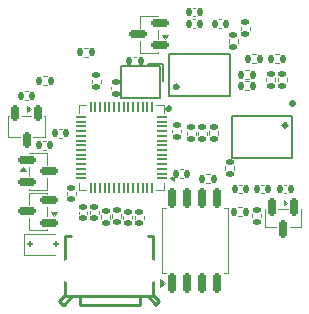
<source format=gbr>
%TF.GenerationSoftware,KiCad,Pcbnew,9.0.5*%
%TF.CreationDate,2025-12-03T22:00:20-08:00*%
%TF.ProjectId,camcontrol,63616d63-6f6e-4747-926f-6c2e6b696361,rev?*%
%TF.SameCoordinates,Original*%
%TF.FileFunction,Legend,Top*%
%TF.FilePolarity,Positive*%
%FSLAX46Y46*%
G04 Gerber Fmt 4.6, Leading zero omitted, Abs format (unit mm)*
G04 Created by KiCad (PCBNEW 9.0.5) date 2025-12-03 22:00:20*
%MOMM*%
%LPD*%
G01*
G04 APERTURE LIST*
G04 Aperture macros list*
%AMRoundRect*
0 Rectangle with rounded corners*
0 $1 Rounding radius*
0 $2 $3 $4 $5 $6 $7 $8 $9 X,Y pos of 4 corners*
0 Add a 4 corners polygon primitive as box body*
4,1,4,$2,$3,$4,$5,$6,$7,$8,$9,$2,$3,0*
0 Add four circle primitives for the rounded corners*
1,1,$1+$1,$2,$3*
1,1,$1+$1,$4,$5*
1,1,$1+$1,$6,$7*
1,1,$1+$1,$8,$9*
0 Add four rect primitives between the rounded corners*
20,1,$1+$1,$2,$3,$4,$5,0*
20,1,$1+$1,$4,$5,$6,$7,0*
20,1,$1+$1,$6,$7,$8,$9,0*
20,1,$1+$1,$8,$9,$2,$3,0*%
G04 Aperture macros list end*
%ADD10C,0.120000*%
%ADD11C,0.250000*%
%ADD12C,0.150000*%
%ADD13C,0.300000*%
%ADD14RoundRect,0.135000X0.135000X0.185000X-0.135000X0.185000X-0.135000X-0.185000X0.135000X-0.185000X0*%
%ADD15RoundRect,0.150000X0.587500X0.150000X-0.587500X0.150000X-0.587500X-0.150000X0.587500X-0.150000X0*%
%ADD16RoundRect,0.150000X-0.150000X0.587500X-0.150000X-0.587500X0.150000X-0.587500X0.150000X0.587500X0*%
%ADD17RoundRect,0.135000X-0.185000X0.135000X-0.185000X-0.135000X0.185000X-0.135000X0.185000X0.135000X0*%
%ADD18R,1.350000X1.350000*%
%ADD19C,1.350000*%
%ADD20RoundRect,0.135000X0.185000X-0.135000X0.185000X0.135000X-0.185000X0.135000X-0.185000X-0.135000X0*%
%ADD21RoundRect,0.140000X-0.170000X0.140000X-0.170000X-0.140000X0.170000X-0.140000X0.170000X0.140000X0*%
%ADD22RoundRect,0.140000X0.170000X-0.140000X0.170000X0.140000X-0.170000X0.140000X-0.170000X-0.140000X0*%
%ADD23O,1.200000X1.900000*%
%ADD24O,1.200000X1.400000*%
%ADD25R,0.400000X1.600000*%
%ADD26RoundRect,0.140000X0.140000X0.170000X-0.140000X0.170000X-0.140000X-0.170000X0.140000X-0.170000X0*%
%ADD27RoundRect,0.135000X-0.135000X-0.185000X0.135000X-0.185000X0.135000X0.185000X-0.135000X0.185000X0*%
%ADD28R,3.200000X3.200000*%
%ADD29RoundRect,0.050000X0.050000X0.387500X-0.050000X0.387500X-0.050000X-0.387500X0.050000X-0.387500X0*%
%ADD30RoundRect,0.050000X0.387500X0.050000X-0.387500X0.050000X-0.387500X-0.050000X0.387500X-0.050000X0*%
%ADD31R,1.000000X0.800000*%
%ADD32RoundRect,0.162500X0.162500X-0.650000X0.162500X0.650000X-0.162500X0.650000X-0.162500X-0.650000X0*%
%ADD33C,3.800000*%
%ADD34RoundRect,0.140000X-0.140000X-0.170000X0.140000X-0.170000X0.140000X0.170000X-0.140000X0.170000X0*%
%ADD35RoundRect,0.150000X-0.587500X-0.150000X0.587500X-0.150000X0.587500X0.150000X-0.587500X0.150000X0*%
%ADD36R,2.310000X2.460000*%
%ADD37O,0.340000X1.730000*%
%ADD38RoundRect,0.150000X-0.150000X0.512500X-0.150000X-0.512500X0.150000X-0.512500X0.150000X0.512500X0*%
%ADD39RoundRect,0.125000X-0.125000X-0.125000X0.125000X-0.125000X0.125000X0.125000X-0.125000X0.125000X0*%
G04 APERTURE END LIST*
D10*
%TO.C,R8*%
X21477241Y-4659600D02*
X21169959Y-4659600D01*
X21477241Y-5419600D02*
X21169959Y-5419600D01*
%TO.C,R7*%
X23382241Y-5419600D02*
X23074959Y-5419600D01*
X23382241Y-4659600D02*
X23074959Y-4659600D01*
%TO.C,Q4*%
X13206800Y-4522800D02*
X11686800Y-4522800D01*
X13206800Y-4472800D02*
X13206800Y-4522800D01*
X13206800Y-2572800D02*
X13206800Y-3352800D01*
X13206800Y-1402800D02*
X13206800Y-1452800D01*
X11686800Y-4522800D02*
X11686800Y-3522800D01*
X11686800Y-2402800D02*
X11686800Y-1402800D01*
X11686800Y-1402800D02*
X13206800Y-1402800D01*
X13746800Y-3342800D02*
X13506800Y-3012800D01*
X13986800Y-3012800D01*
X13746800Y-3342800D01*
G36*
X13746800Y-3342800D02*
G01*
X13506800Y-3012800D01*
X13986800Y-3012800D01*
X13746800Y-3342800D01*
G37*
%TO.C,Q2*%
X24139200Y-17214300D02*
X23809200Y-17454300D01*
X23809200Y-16974300D01*
X24139200Y-17214300D01*
G36*
X24139200Y-17214300D02*
G01*
X23809200Y-17454300D01*
X23809200Y-16974300D01*
X24139200Y-17214300D01*
G37*
X22199200Y-19274300D02*
X22199200Y-17754300D01*
X23199200Y-19274300D02*
X22199200Y-19274300D01*
X25319200Y-19274300D02*
X24319200Y-19274300D01*
X22199200Y-17754300D02*
X22249200Y-17754300D01*
X23369200Y-17754300D02*
X24149200Y-17754300D01*
X25269200Y-17754300D02*
X25319200Y-17754300D01*
X25319200Y-17754300D02*
X25319200Y-19274300D01*
%TO.C,R6*%
X8326800Y-6809159D02*
X8326800Y-7116441D01*
X7566800Y-6809159D02*
X7566800Y-7116441D01*
%TO.C,R4*%
X9316800Y-18528941D02*
X9316800Y-18221659D01*
X10076800Y-18528941D02*
X10076800Y-18221659D01*
%TO.C,C19*%
X5482000Y-16351364D02*
X5482000Y-16567036D01*
X6202000Y-16351364D02*
X6202000Y-16567036D01*
%TO.C,C15*%
X6488500Y-17974564D02*
X6488500Y-18190236D01*
X7208500Y-17974564D02*
X7208500Y-18190236D01*
%TO.C,C22*%
X9961200Y-7626236D02*
X9961200Y-7410564D01*
X9241200Y-7626236D02*
X9241200Y-7410564D01*
%TO.C,R5*%
X8366800Y-18271659D02*
X8366800Y-18578941D01*
X9126800Y-18271659D02*
X9126800Y-18578941D01*
%TO.C,C17*%
X15106800Y-11258136D02*
X15106800Y-11042464D01*
X14386800Y-11258136D02*
X14386800Y-11042464D01*
D11*
%TO.C,J2*%
X12946800Y-25810300D02*
X12296800Y-25160300D01*
X12946800Y-25890300D02*
X12946800Y-25810300D01*
X13276800Y-25560300D02*
X12946800Y-25890300D01*
X12876800Y-25160300D02*
X13276800Y-25560300D01*
X12796800Y-25160300D02*
X12876800Y-25160300D01*
X11646800Y-25890300D02*
X11646800Y-25160300D01*
X6606800Y-25890300D02*
X11646800Y-25890300D01*
X6606800Y-25160300D02*
X6606800Y-25890300D01*
X5186800Y-25890300D02*
X5916800Y-25160300D01*
X5146800Y-25890300D02*
X5186800Y-25890300D01*
X4816800Y-25560300D02*
X5146800Y-25890300D01*
X5216800Y-25160300D02*
X4816800Y-25560300D01*
X5296800Y-25160300D02*
X5216800Y-25160300D01*
X5296800Y-20040300D02*
X5796800Y-20040300D01*
X5296800Y-25160300D02*
X5296800Y-20040300D01*
X12796800Y-25160300D02*
X5296800Y-25160300D01*
X12796800Y-20040300D02*
X12796800Y-25160300D01*
X12296800Y-20040300D02*
X12796800Y-20040300D01*
D10*
%TO.C,C20*%
X5054636Y-11002800D02*
X4838964Y-11002800D01*
X5054636Y-11722800D02*
X4838964Y-11722800D01*
%TO.C,C10*%
X11247800Y-18357964D02*
X11247800Y-18573636D01*
X11967800Y-18357964D02*
X11967800Y-18573636D01*
%TO.C,R3*%
X17272759Y-15594600D02*
X17580041Y-15594600D01*
X17272759Y-14834600D02*
X17580041Y-14834600D01*
%TO.C,U6*%
X14538000Y-15404500D02*
X14208000Y-15164500D01*
X14538000Y-14924500D01*
X14538000Y-15404500D01*
G36*
X14538000Y-15404500D02*
G01*
X14208000Y-15164500D01*
X14538000Y-14924500D01*
X14538000Y-15404500D01*
G37*
X6458000Y-8954500D02*
X7108000Y-8954500D01*
X6458000Y-9604500D02*
X6458000Y-8954500D01*
X6458000Y-16174500D02*
X6458000Y-15524500D01*
X7108000Y-16174500D02*
X6458000Y-16174500D01*
X13028000Y-8954500D02*
X13678000Y-8954500D01*
X13678000Y-8954500D02*
X13678000Y-9604500D01*
X13678000Y-15524500D02*
X13678000Y-16174500D01*
X13678000Y-16174500D02*
X13028000Y-16174500D01*
D12*
%TO.C,X1*%
X10084800Y-5680400D02*
X13264800Y-5680400D01*
X10084800Y-8340400D02*
X10084800Y-5680400D01*
X13384800Y-8340400D02*
X10084800Y-8340400D01*
X13384800Y-5680400D02*
X13384800Y-8340400D01*
X13264800Y-5680400D02*
X13384800Y-5680400D01*
X13624800Y-5450400D02*
X12364800Y-5450400D01*
X13624800Y-6910400D02*
X13624800Y-5450400D01*
D10*
%TO.C,U5*%
X13806800Y-23992300D02*
X13336800Y-24332300D01*
X13336800Y-23652300D01*
X13806800Y-23992300D01*
G36*
X13806800Y-23992300D02*
G01*
X13336800Y-24332300D01*
X13336800Y-23652300D01*
X13806800Y-23992300D01*
G37*
X19066800Y-17642300D02*
X19066800Y-23162300D01*
X18796800Y-17642300D02*
X19066800Y-17642300D01*
X13546800Y-17642300D02*
X13816800Y-17642300D01*
X19066800Y-23162300D02*
X18796800Y-23162300D01*
X13816800Y-23162300D02*
X13546800Y-23162300D01*
X13546800Y-23162300D02*
X13546800Y-17642300D01*
%TO.C,C14*%
X11334636Y-4897800D02*
X11118964Y-4897800D01*
X11334636Y-5617800D02*
X11118964Y-5617800D01*
%TO.C,R9*%
X3785841Y-7288800D02*
X3478559Y-7288800D01*
X3785841Y-6528800D02*
X3478559Y-6528800D01*
%TO.C,C18*%
X10257200Y-18383364D02*
X10257200Y-18599036D01*
X10977200Y-18383364D02*
X10977200Y-18599036D01*
%TO.C,C13*%
X7436800Y-17954964D02*
X7436800Y-18170636D01*
X8156800Y-17954964D02*
X8156800Y-18170636D01*
%TO.C,C21*%
X15038964Y-15122800D02*
X15254636Y-15122800D01*
X15038964Y-14402800D02*
X15254636Y-14402800D01*
%TO.C,Q1*%
X1986800Y-14512800D02*
X1506800Y-14512800D01*
X1746800Y-14182800D01*
X1986800Y-14512800D01*
G36*
X1986800Y-14512800D02*
G01*
X1506800Y-14512800D01*
X1746800Y-14182800D01*
X1986800Y-14512800D01*
G37*
X3806800Y-16122800D02*
X2286800Y-16122800D01*
X3806800Y-15122800D02*
X3806800Y-16122800D01*
X3806800Y-13002800D02*
X3806800Y-14002800D01*
X2286800Y-16122800D02*
X2286800Y-16072800D01*
X2286800Y-14952800D02*
X2286800Y-14172800D01*
X2286800Y-13052800D02*
X2286800Y-13002800D01*
X2286800Y-13002800D02*
X3806800Y-13002800D01*
%TO.C,C6*%
X1938964Y-8522800D02*
X2154636Y-8522800D01*
X1938964Y-7802800D02*
X2154636Y-7802800D01*
%TO.C,R24*%
X20295841Y-18363200D02*
X19988559Y-18363200D01*
X20295841Y-17603200D02*
X19988559Y-17603200D01*
%TO.C,R23*%
X21159200Y-18467041D02*
X21159200Y-18159759D01*
X21919200Y-18467041D02*
X21919200Y-18159759D01*
%TO.C,R11*%
X20546959Y-6009600D02*
X20854241Y-6009600D01*
X20546959Y-6769600D02*
X20854241Y-6769600D01*
%TO.C,R17*%
X24074400Y-6646559D02*
X24074400Y-6953841D01*
X23314400Y-6646559D02*
X23314400Y-6953841D01*
%TO.C,C4*%
X16138964Y-1702800D02*
X16354636Y-1702800D01*
X16138964Y-2422800D02*
X16354636Y-2422800D01*
%TO.C,R14*%
X17501600Y-11482041D02*
X17501600Y-11174759D01*
X18261600Y-11482041D02*
X18261600Y-11174759D01*
%TO.C,R18*%
X23109200Y-6646559D02*
X23109200Y-6953841D01*
X22349200Y-6646559D02*
X22349200Y-6953841D01*
%TO.C,R1*%
X7214841Y-4875800D02*
X6907559Y-4875800D01*
X7214841Y-4115800D02*
X6907559Y-4115800D01*
%TO.C,C5*%
X3458964Y-12722800D02*
X3674636Y-12722800D01*
X3458964Y-12002800D02*
X3674636Y-12002800D01*
%TO.C,Q3*%
X4346800Y-18342800D02*
X4106800Y-18012800D01*
X4586800Y-18012800D01*
X4346800Y-18342800D01*
G36*
X4346800Y-18342800D02*
G01*
X4106800Y-18012800D01*
X4586800Y-18012800D01*
X4346800Y-18342800D01*
G37*
X2286800Y-16402800D02*
X3806800Y-16402800D01*
X2286800Y-17402800D02*
X2286800Y-16402800D01*
X2286800Y-19522800D02*
X2286800Y-18522800D01*
X3806800Y-16402800D02*
X3806800Y-16452800D01*
X3806800Y-17572800D02*
X3806800Y-18352800D01*
X3806800Y-19472800D02*
X3806800Y-19522800D01*
X3806800Y-19522800D02*
X2286800Y-19522800D01*
D12*
%TO.C,U2*%
X14092400Y-8180800D02*
X14092400Y-4630800D01*
X14092400Y-4630800D02*
X19242400Y-4630800D01*
X19242400Y-4630800D02*
X19242400Y-8180800D01*
X19242400Y-8180800D02*
X14092400Y-8180800D01*
D13*
X14242400Y-9270800D02*
G75*
G02*
X13942400Y-9270800I-150000J0D01*
G01*
X13942400Y-9270800D02*
G75*
G02*
X14242400Y-9270800I150000J0D01*
G01*
X14862400Y-7420800D02*
G75*
G02*
X14562400Y-7420800I-150000J0D01*
G01*
X14562400Y-7420800D02*
G75*
G02*
X14862400Y-7420800I150000J0D01*
G01*
D10*
%TO.C,R19*%
X20546959Y-6959600D02*
X20854241Y-6959600D01*
X20546959Y-7719600D02*
X20854241Y-7719600D01*
%TO.C,C27*%
X18338964Y-1702800D02*
X18554636Y-1702800D01*
X18338964Y-2422800D02*
X18554636Y-2422800D01*
%TO.C,R15*%
X15596600Y-11507441D02*
X15596600Y-11200159D01*
X16356600Y-11507441D02*
X16356600Y-11200159D01*
%TO.C,C29*%
X22154636Y-15702800D02*
X21938964Y-15702800D01*
X22154636Y-16422800D02*
X21938964Y-16422800D01*
%TO.C,R25*%
X19926800Y-3409159D02*
X19926800Y-3716441D01*
X19166800Y-3409159D02*
X19166800Y-3716441D01*
%TO.C,C28*%
X23838964Y-16422800D02*
X24054636Y-16422800D01*
X23838964Y-15702800D02*
X24054636Y-15702800D01*
%TO.C,C30*%
X20252636Y-15692800D02*
X20036964Y-15692800D01*
X20252636Y-16412800D02*
X20036964Y-16412800D01*
%TO.C,U4*%
X2426800Y-9312800D02*
X2096800Y-9552800D01*
X2096800Y-9072800D01*
X2426800Y-9312800D01*
G36*
X2426800Y-9312800D02*
G01*
X2096800Y-9552800D01*
X2096800Y-9072800D01*
X2426800Y-9312800D01*
G37*
X486800Y-11672800D02*
X486800Y-9852800D01*
X1486800Y-11672800D02*
X486800Y-11672800D01*
X3606800Y-11672800D02*
X2606800Y-11672800D01*
X486800Y-9852800D02*
X536800Y-9852800D01*
X1656800Y-9852800D02*
X2436800Y-9852800D01*
X3556800Y-9852800D02*
X3606800Y-9852800D01*
X3606800Y-9852800D02*
X3606800Y-11672800D01*
%TO.C,R16*%
X17321800Y-11507441D02*
X17321800Y-11200159D01*
X16561800Y-11507441D02*
X16561800Y-11200159D01*
%TO.C,C26*%
X16138964Y-702800D02*
X16354636Y-702800D01*
X16138964Y-1422800D02*
X16354636Y-1422800D01*
%TO.C,R12*%
X20166800Y-2626441D02*
X20166800Y-2319159D01*
X20926800Y-2626441D02*
X20926800Y-2319159D01*
%TO.C,R21*%
X19626800Y-14109159D02*
X19626800Y-14416441D01*
X18866800Y-14109159D02*
X18866800Y-14416441D01*
D12*
%TO.C,U7*%
X24562600Y-9922400D02*
X24562600Y-13472400D01*
X24562600Y-13472400D02*
X19412600Y-13472400D01*
X19412600Y-13472400D02*
X19412600Y-9922400D01*
X19412600Y-9922400D02*
X24562600Y-9922400D01*
D13*
X24712600Y-8832400D02*
G75*
G02*
X24412600Y-8832400I-150000J0D01*
G01*
X24412600Y-8832400D02*
G75*
G02*
X24712600Y-8832400I150000J0D01*
G01*
X24092600Y-10682400D02*
G75*
G02*
X23792600Y-10682400I-150000J0D01*
G01*
X23792600Y-10682400D02*
G75*
G02*
X24092600Y-10682400I150000J0D01*
G01*
D10*
%TO.C,D4*%
X1836800Y-21612800D02*
X4496800Y-21612800D01*
X1836800Y-19912800D02*
X4496800Y-19912800D01*
X1836800Y-19912800D02*
X1836800Y-21612800D01*
%TD*%
%LPC*%
D14*
%TO.C,R8*%
X20813600Y-5039600D03*
X21833600Y-5039600D03*
%TD*%
%TO.C,R7*%
X23738600Y-5039600D03*
X22718600Y-5039600D03*
%TD*%
D15*
%TO.C,Q4*%
X13384300Y-3912800D03*
X13384300Y-2012800D03*
X11509300Y-2962800D03*
%TD*%
D16*
%TO.C,Q2*%
X23759200Y-19451800D03*
X22809200Y-17576800D03*
X24709200Y-17576800D03*
%TD*%
D17*
%TO.C,R6*%
X7946800Y-6452800D03*
X7946800Y-7472800D03*
%TD*%
D18*
%TO.C,J8*%
X10646800Y-1662800D03*
D19*
X8646800Y-1662800D03*
X6646800Y-1662800D03*
%TD*%
D20*
%TO.C,R4*%
X9696800Y-18885300D03*
X9696800Y-17865300D03*
%TD*%
D21*
%TO.C,C19*%
X5842000Y-16939200D03*
X5842000Y-15979200D03*
%TD*%
%TO.C,C15*%
X6848500Y-18562400D03*
X6848500Y-17602400D03*
%TD*%
D22*
%TO.C,C22*%
X9601200Y-7038400D03*
X9601200Y-7998400D03*
%TD*%
D17*
%TO.C,R5*%
X8746800Y-18935300D03*
X8746800Y-17915300D03*
%TD*%
D22*
%TO.C,C17*%
X14746800Y-10670300D03*
X14746800Y-11630300D03*
%TD*%
D23*
%TO.C,J2*%
X12646800Y-23010300D03*
X5446800Y-23010300D03*
D24*
X6626800Y-20110300D03*
X11466800Y-20110300D03*
D25*
X10346800Y-20350300D03*
X9696800Y-20360300D03*
X9046800Y-20360300D03*
X8396800Y-20360300D03*
X7746800Y-20360300D03*
%TD*%
D26*
%TO.C,C20*%
X4466800Y-11362800D03*
X5426800Y-11362800D03*
%TD*%
D21*
%TO.C,C10*%
X11607800Y-18945800D03*
X11607800Y-17985800D03*
%TD*%
D27*
%TO.C,R3*%
X17936400Y-15214600D03*
X16916400Y-15214600D03*
%TD*%
D28*
%TO.C,U6*%
X10068000Y-12564500D03*
D29*
X12668000Y-16002000D03*
X12268000Y-16002000D03*
X11868000Y-16002000D03*
X11468000Y-16002000D03*
X11068000Y-16002000D03*
X10668000Y-16002000D03*
X10268000Y-16002000D03*
X9868000Y-16002000D03*
X9468000Y-16002000D03*
X9068000Y-16002000D03*
X8668000Y-16002000D03*
X8268000Y-16002000D03*
X7868000Y-16002000D03*
X7468000Y-16002000D03*
D30*
X6630500Y-15164500D03*
X6630500Y-14764500D03*
X6630500Y-14364500D03*
X6630500Y-13964500D03*
X6630500Y-13564500D03*
X6630500Y-13164500D03*
X6630500Y-12764500D03*
X6630500Y-12364500D03*
X6630500Y-11964500D03*
X6630500Y-11564500D03*
X6630500Y-11164500D03*
X6630500Y-10764500D03*
X6630500Y-10364500D03*
X6630500Y-9964500D03*
D29*
X7468000Y-9127000D03*
X7868000Y-9127000D03*
X8268000Y-9127000D03*
X8668000Y-9127000D03*
X9068000Y-9127000D03*
X9468000Y-9127000D03*
X9868000Y-9127000D03*
X10268000Y-9127000D03*
X10668000Y-9127000D03*
X11068000Y-9127000D03*
X11468000Y-9127000D03*
X11868000Y-9127000D03*
X12268000Y-9127000D03*
X12668000Y-9127000D03*
D30*
X13505500Y-9964500D03*
X13505500Y-10364500D03*
X13505500Y-10764500D03*
X13505500Y-11164500D03*
X13505500Y-11564500D03*
X13505500Y-11964500D03*
X13505500Y-12364500D03*
X13505500Y-12764500D03*
X13505500Y-13164500D03*
X13505500Y-13564500D03*
X13505500Y-13964500D03*
X13505500Y-14364500D03*
X13505500Y-14764500D03*
X13505500Y-15164500D03*
%TD*%
D31*
%TO.C,X1*%
X12634800Y-7610400D03*
X10834800Y-7610400D03*
X10834800Y-6410400D03*
X12634800Y-6410400D03*
%TD*%
D32*
%TO.C,U5*%
X14401800Y-16814800D03*
X15671800Y-16814800D03*
X16941800Y-16814800D03*
X18211800Y-16814800D03*
X18211800Y-23989800D03*
X16941800Y-23989800D03*
X15671800Y-23989800D03*
X14401800Y-23989800D03*
%TD*%
D33*
%TO.C,H2*%
X21400000Y-21400000D03*
%TD*%
D26*
%TO.C,C14*%
X10746800Y-5257800D03*
X11706800Y-5257800D03*
%TD*%
D14*
%TO.C,R9*%
X4142200Y-6908800D03*
X3122200Y-6908800D03*
%TD*%
D21*
%TO.C,C18*%
X10617200Y-18971200D03*
X10617200Y-18011200D03*
%TD*%
%TO.C,C13*%
X7796800Y-18542800D03*
X7796800Y-17582800D03*
%TD*%
D34*
%TO.C,C21*%
X15626800Y-14762800D03*
X14666800Y-14762800D03*
%TD*%
D35*
%TO.C,Q1*%
X3984300Y-14562800D03*
X2109300Y-15512800D03*
X2109300Y-13612800D03*
%TD*%
D34*
%TO.C,C6*%
X2526800Y-8162800D03*
X1566800Y-8162800D03*
%TD*%
D14*
%TO.C,R24*%
X20652200Y-17983200D03*
X19632200Y-17983200D03*
%TD*%
D20*
%TO.C,R23*%
X21539200Y-18823400D03*
X21539200Y-17803400D03*
%TD*%
D27*
%TO.C,R11*%
X20190600Y-6389600D03*
X21210600Y-6389600D03*
%TD*%
D17*
%TO.C,R17*%
X23694400Y-6290200D03*
X23694400Y-7310200D03*
%TD*%
D34*
%TO.C,C4*%
X15766800Y-2062800D03*
X16726800Y-2062800D03*
%TD*%
D20*
%TO.C,R14*%
X17881600Y-11838400D03*
X17881600Y-10818400D03*
%TD*%
D17*
%TO.C,R18*%
X22729200Y-6290200D03*
X22729200Y-7310200D03*
%TD*%
D14*
%TO.C,R1*%
X7571200Y-4495800D03*
X6551200Y-4495800D03*
%TD*%
D34*
%TO.C,C5*%
X4046800Y-12362800D03*
X3086800Y-12362800D03*
%TD*%
D15*
%TO.C,Q3*%
X2109300Y-17962800D03*
X3984300Y-17012800D03*
X3984300Y-18912800D03*
%TD*%
D36*
%TO.C,U2*%
X16662400Y-6400800D03*
D37*
X18612400Y-3530800D03*
X17962400Y-3530800D03*
X17312400Y-3530800D03*
X16662400Y-3530800D03*
X16012400Y-3530800D03*
X15362400Y-3530800D03*
X14712400Y-3530800D03*
X18612400Y-9270800D03*
X17962400Y-9270800D03*
X17312400Y-9270800D03*
X16662400Y-9270800D03*
X16012400Y-9270800D03*
X15362400Y-9270800D03*
X14712400Y-9270800D03*
%TD*%
D27*
%TO.C,R19*%
X20190600Y-7339600D03*
X21210600Y-7339600D03*
%TD*%
D34*
%TO.C,C27*%
X17966800Y-2062800D03*
X18926800Y-2062800D03*
%TD*%
D20*
%TO.C,R15*%
X15976600Y-11863800D03*
X15976600Y-10843800D03*
%TD*%
D26*
%TO.C,C29*%
X21566800Y-16062800D03*
X22526800Y-16062800D03*
%TD*%
D17*
%TO.C,R25*%
X19546800Y-3052800D03*
X19546800Y-4072800D03*
%TD*%
D33*
%TO.C,H1*%
X4000000Y-4000000D03*
%TD*%
D34*
%TO.C,C28*%
X24426800Y-16062800D03*
X23466800Y-16062800D03*
%TD*%
D26*
%TO.C,C30*%
X19664800Y-16052800D03*
X20624800Y-16052800D03*
%TD*%
D38*
%TO.C,U4*%
X2046800Y-11900300D03*
X1096800Y-9625300D03*
X2996800Y-9625300D03*
%TD*%
D20*
%TO.C,R16*%
X16941800Y-10843800D03*
X16941800Y-11863800D03*
%TD*%
D34*
%TO.C,C26*%
X15766800Y-1062800D03*
X16726800Y-1062800D03*
%TD*%
D20*
%TO.C,R12*%
X20546800Y-2982800D03*
X20546800Y-1962800D03*
%TD*%
D17*
%TO.C,R21*%
X19246800Y-13752800D03*
X19246800Y-14772800D03*
%TD*%
D36*
%TO.C,U7*%
X21992600Y-11702400D03*
D37*
X20042600Y-14572400D03*
X20692600Y-14572400D03*
X21342600Y-14572400D03*
X21992600Y-14572400D03*
X22642600Y-14572400D03*
X23292600Y-14572400D03*
X23942600Y-14572400D03*
X20042600Y-8832400D03*
X20692600Y-8832400D03*
X21342600Y-8832400D03*
X21992600Y-8832400D03*
X22642600Y-8832400D03*
X23292600Y-8832400D03*
X23942600Y-8832400D03*
%TD*%
D39*
%TO.C,D4*%
X4546800Y-20762800D03*
X2346800Y-20762800D03*
%TD*%
%LPD*%
M02*

</source>
